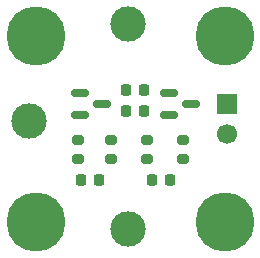
<source format=gbr>
%TF.GenerationSoftware,KiCad,Pcbnew,9.0.5*%
%TF.CreationDate,2025-10-23T10:34:40+02:00*%
%TF.ProjectId,BJT_astable_multivibrator,424a545f-6173-4746-9162-6c655f6d756c,rev?*%
%TF.SameCoordinates,Original*%
%TF.FileFunction,Soldermask,Top*%
%TF.FilePolarity,Negative*%
%FSLAX46Y46*%
G04 Gerber Fmt 4.6, Leading zero omitted, Abs format (unit mm)*
G04 Created by KiCad (PCBNEW 9.0.5) date 2025-10-23 10:34:40*
%MOMM*%
%LPD*%
G01*
G04 APERTURE LIST*
G04 Aperture macros list*
%AMRoundRect*
0 Rectangle with rounded corners*
0 $1 Rounding radius*
0 $2 $3 $4 $5 $6 $7 $8 $9 X,Y pos of 4 corners*
0 Add a 4 corners polygon primitive as box body*
4,1,4,$2,$3,$4,$5,$6,$7,$8,$9,$2,$3,0*
0 Add four circle primitives for the rounded corners*
1,1,$1+$1,$2,$3*
1,1,$1+$1,$4,$5*
1,1,$1+$1,$6,$7*
1,1,$1+$1,$8,$9*
0 Add four rect primitives between the rounded corners*
20,1,$1+$1,$2,$3,$4,$5,0*
20,1,$1+$1,$4,$5,$6,$7,0*
20,1,$1+$1,$6,$7,$8,$9,0*
20,1,$1+$1,$8,$9,$2,$3,0*%
G04 Aperture macros list end*
%ADD10C,5.000000*%
%ADD11R,1.700000X1.700000*%
%ADD12C,1.700000*%
%ADD13RoundRect,0.150000X-0.587500X-0.150000X0.587500X-0.150000X0.587500X0.150000X-0.587500X0.150000X0*%
%ADD14C,3.000000*%
%ADD15RoundRect,0.200000X0.275000X-0.200000X0.275000X0.200000X-0.275000X0.200000X-0.275000X-0.200000X0*%
%ADD16RoundRect,0.218750X0.218750X0.256250X-0.218750X0.256250X-0.218750X-0.256250X0.218750X-0.256250X0*%
%ADD17RoundRect,0.225000X0.225000X0.250000X-0.225000X0.250000X-0.225000X-0.250000X0.225000X-0.250000X0*%
G04 APERTURE END LIST*
D10*
%TO.C,H4*%
X122000000Y-85400000D03*
%TD*%
%TO.C,H1*%
X122000000Y-69600000D03*
%TD*%
D11*
%TO.C,J1*%
X138200000Y-75400000D03*
D12*
X138200000Y-77940000D03*
%TD*%
D13*
%TO.C,Q1*%
X133262500Y-74450000D03*
X133262500Y-76350000D03*
X135137500Y-75400000D03*
%TD*%
D10*
%TO.C,H2*%
X138000000Y-69600000D03*
%TD*%
D14*
%TO.C,FID4*%
X121400000Y-76800000D03*
%TD*%
%TO.C,FID3*%
X129800000Y-86000000D03*
%TD*%
D13*
%TO.C,Q2*%
X125725000Y-74450000D03*
X125725000Y-76350000D03*
X127600000Y-75400000D03*
%TD*%
D15*
%TO.C,R1*%
X134443322Y-80050000D03*
X134443322Y-78400000D03*
%TD*%
%TO.C,R2*%
X125600000Y-80075000D03*
X125600000Y-78425000D03*
%TD*%
D10*
%TO.C,H3*%
X138000000Y-85400000D03*
%TD*%
D14*
%TO.C,FID1*%
X129800000Y-68600000D03*
%TD*%
D15*
%TO.C,R4*%
X128400000Y-80075000D03*
X128400000Y-78425000D03*
%TD*%
D16*
%TO.C,D1*%
X133387500Y-81800000D03*
X131812500Y-81800000D03*
%TD*%
D17*
%TO.C,C2*%
X131175000Y-76000000D03*
X129625000Y-76000000D03*
%TD*%
D15*
%TO.C,R3*%
X131400000Y-80050000D03*
X131400000Y-78400000D03*
%TD*%
D17*
%TO.C,C1*%
X131200000Y-74200000D03*
X129650000Y-74200000D03*
%TD*%
D16*
%TO.C,D2*%
X127387500Y-81800000D03*
X125812500Y-81800000D03*
%TD*%
M02*

</source>
